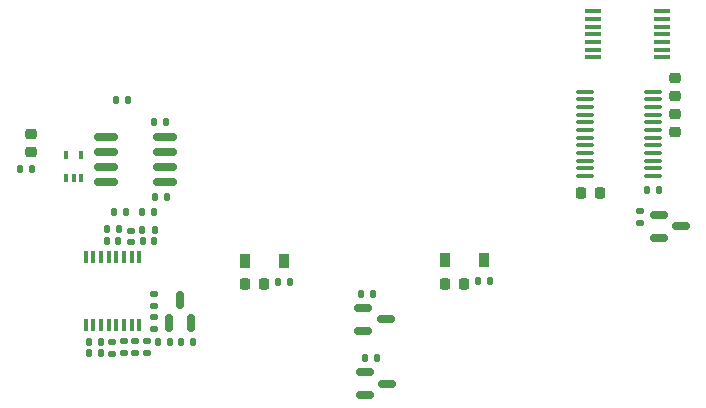
<source format=gbr>
G04 #@! TF.GenerationSoftware,KiCad,Pcbnew,(6.0.0)*
G04 #@! TF.CreationDate,2023-01-15T16:22:46+02:00*
G04 #@! TF.ProjectId,Pi HAT,50692048-4154-42e6-9b69-6361645f7063,0.0*
G04 #@! TF.SameCoordinates,Original*
G04 #@! TF.FileFunction,Paste,Top*
G04 #@! TF.FilePolarity,Positive*
%FSLAX46Y46*%
G04 Gerber Fmt 4.6, Leading zero omitted, Abs format (unit mm)*
G04 Created by KiCad (PCBNEW (6.0.0)) date 2023-01-15 16:22:46*
%MOMM*%
%LPD*%
G01*
G04 APERTURE LIST*
G04 Aperture macros list*
%AMRoundRect*
0 Rectangle with rounded corners*
0 $1 Rounding radius*
0 $2 $3 $4 $5 $6 $7 $8 $9 X,Y pos of 4 corners*
0 Add a 4 corners polygon primitive as box body*
4,1,4,$2,$3,$4,$5,$6,$7,$8,$9,$2,$3,0*
0 Add four circle primitives for the rounded corners*
1,1,$1+$1,$2,$3*
1,1,$1+$1,$4,$5*
1,1,$1+$1,$6,$7*
1,1,$1+$1,$8,$9*
0 Add four rect primitives between the rounded corners*
20,1,$1+$1,$2,$3,$4,$5,0*
20,1,$1+$1,$4,$5,$6,$7,0*
20,1,$1+$1,$6,$7,$8,$9,0*
20,1,$1+$1,$8,$9,$2,$3,0*%
G04 Aperture macros list end*
%ADD10RoundRect,0.218750X-0.218750X-0.256250X0.218750X-0.256250X0.218750X0.256250X-0.218750X0.256250X0*%
%ADD11RoundRect,0.135000X0.135000X0.185000X-0.135000X0.185000X-0.135000X-0.185000X0.135000X-0.185000X0*%
%ADD12RoundRect,0.135000X-0.135000X-0.185000X0.135000X-0.185000X0.135000X0.185000X-0.135000X0.185000X0*%
%ADD13RoundRect,0.225000X-0.250000X0.225000X-0.250000X-0.225000X0.250000X-0.225000X0.250000X0.225000X0*%
%ADD14RoundRect,0.100000X0.637500X0.100000X-0.637500X0.100000X-0.637500X-0.100000X0.637500X-0.100000X0*%
%ADD15RoundRect,0.135000X0.185000X-0.135000X0.185000X0.135000X-0.185000X0.135000X-0.185000X-0.135000X0*%
%ADD16R,0.400000X1.000000*%
%ADD17RoundRect,0.225000X-0.225000X-0.250000X0.225000X-0.250000X0.225000X0.250000X-0.225000X0.250000X0*%
%ADD18R,0.900000X1.200000*%
%ADD19RoundRect,0.140000X-0.170000X0.140000X-0.170000X-0.140000X0.170000X-0.140000X0.170000X0.140000X0*%
%ADD20RoundRect,0.135000X-0.185000X0.135000X-0.185000X-0.135000X0.185000X-0.135000X0.185000X0.135000X0*%
%ADD21RoundRect,0.150000X-0.825000X-0.150000X0.825000X-0.150000X0.825000X0.150000X-0.825000X0.150000X0*%
%ADD22RoundRect,0.150000X-0.587500X-0.150000X0.587500X-0.150000X0.587500X0.150000X-0.587500X0.150000X0*%
%ADD23RoundRect,0.218750X0.256250X-0.218750X0.256250X0.218750X-0.256250X0.218750X-0.256250X-0.218750X0*%
%ADD24RoundRect,0.140000X-0.140000X-0.170000X0.140000X-0.170000X0.140000X0.170000X-0.140000X0.170000X0*%
%ADD25RoundRect,0.150000X0.150000X-0.587500X0.150000X0.587500X-0.150000X0.587500X-0.150000X-0.587500X0*%
%ADD26RoundRect,0.140000X0.170000X-0.140000X0.170000X0.140000X-0.170000X0.140000X-0.170000X-0.140000X0*%
%ADD27RoundRect,0.140000X0.140000X0.170000X-0.140000X0.170000X-0.140000X-0.170000X0.140000X-0.170000X0*%
%ADD28R,1.473200X0.355600*%
%ADD29R,0.400000X0.650000*%
%ADD30RoundRect,0.225000X0.250000X-0.225000X0.250000X0.225000X-0.250000X0.225000X-0.250000X-0.225000X0*%
G04 APERTURE END LIST*
D10*
X154842500Y-122242000D03*
X156417500Y-122242000D03*
D11*
X172990000Y-114294000D03*
X171970000Y-114294000D03*
D12*
X130503200Y-127101600D03*
X131523200Y-127101600D03*
D13*
X174340000Y-104792000D03*
X174340000Y-106342000D03*
D14*
X172422500Y-113089000D03*
X172422500Y-112439000D03*
X172422500Y-111789000D03*
X172422500Y-111139000D03*
X172422500Y-110489000D03*
X172422500Y-109839000D03*
X172422500Y-109189000D03*
X172422500Y-108539000D03*
X172422500Y-107889000D03*
X172422500Y-107239000D03*
X172422500Y-106589000D03*
X172422500Y-105939000D03*
X166697500Y-105939000D03*
X166697500Y-106589000D03*
X166697500Y-107239000D03*
X166697500Y-107889000D03*
X166697500Y-108539000D03*
X166697500Y-109189000D03*
X166697500Y-109839000D03*
X166697500Y-110489000D03*
X166697500Y-111139000D03*
X166697500Y-111789000D03*
X166697500Y-112439000D03*
X166697500Y-113089000D03*
D15*
X171323000Y-117096000D03*
X171323000Y-116076000D03*
D16*
X124404800Y-125736400D03*
X125054800Y-125736400D03*
X125704800Y-125736400D03*
X126354800Y-125736400D03*
X127004800Y-125736400D03*
X127654800Y-125736400D03*
X128304800Y-125736400D03*
X128954800Y-125736400D03*
X128954800Y-119936400D03*
X128304800Y-119936400D03*
X127654800Y-119936400D03*
X127004800Y-119936400D03*
X126354800Y-119936400D03*
X125704800Y-119936400D03*
X125054800Y-119936400D03*
X124404800Y-119936400D03*
D17*
X166385000Y-114554000D03*
X167935000Y-114554000D03*
D11*
X119880000Y-112480000D03*
X118860000Y-112480000D03*
D18*
X158110000Y-120210000D03*
X154810000Y-120210000D03*
X141189000Y-120308000D03*
X137889000Y-120308000D03*
D19*
X127635000Y-127078800D03*
X127635000Y-128038800D03*
D20*
X130175000Y-123061000D03*
X130175000Y-124081000D03*
D12*
X126185200Y-117551200D03*
X127205200Y-117551200D03*
D21*
X126176000Y-109804200D03*
X126176000Y-111074200D03*
X126176000Y-112344200D03*
X126176000Y-113614200D03*
X131126000Y-113614200D03*
X131126000Y-112344200D03*
X131126000Y-111074200D03*
X131126000Y-109804200D03*
D22*
X148035800Y-129707600D03*
X148035800Y-131607600D03*
X149910800Y-130657600D03*
D12*
X127010000Y-106650000D03*
X128030000Y-106650000D03*
D15*
X129590800Y-128068800D03*
X129590800Y-127048800D03*
D23*
X119800000Y-111067500D03*
X119800000Y-109492500D03*
D24*
X129285400Y-118609800D03*
X130245400Y-118609800D03*
X130320000Y-114900000D03*
X131280000Y-114900000D03*
X126215200Y-118618000D03*
X127175200Y-118618000D03*
D12*
X147700000Y-123037600D03*
X148720000Y-123037600D03*
D19*
X128607900Y-127078800D03*
X128607900Y-128038800D03*
D11*
X133504400Y-127101600D03*
X132484400Y-127101600D03*
D12*
X126790000Y-116100000D03*
X127810000Y-116100000D03*
D25*
X131434800Y-125499100D03*
X133334800Y-125499100D03*
X132384800Y-123624100D03*
D12*
X129190000Y-116100000D03*
X130210000Y-116100000D03*
D26*
X128270000Y-118717000D03*
X128270000Y-117757000D03*
D12*
X140680000Y-122040000D03*
X141700000Y-122040000D03*
X129230000Y-117620000D03*
X130250000Y-117620000D03*
D10*
X137908500Y-122262000D03*
X139483500Y-122262000D03*
D27*
X131180000Y-108508800D03*
X130220000Y-108508800D03*
D24*
X124742000Y-127101600D03*
X125702000Y-127101600D03*
D22*
X147936200Y-124272000D03*
X147936200Y-126172000D03*
X149811200Y-125222000D03*
X172925500Y-116398000D03*
X172925500Y-118298000D03*
X174800500Y-117348000D03*
D28*
X167358000Y-99144200D03*
X167358000Y-99804600D03*
X167358000Y-100439600D03*
X167358000Y-101100000D03*
X167358000Y-101760400D03*
X167358000Y-102395400D03*
X167358000Y-103055800D03*
X173200000Y-103055800D03*
X173200000Y-102395400D03*
X173200000Y-101760400D03*
X173200000Y-101100000D03*
X173200000Y-100439600D03*
X173200000Y-99804600D03*
X173200000Y-99144200D03*
D29*
X122750000Y-113250000D03*
X123400000Y-113250000D03*
X124050000Y-113250000D03*
X124050000Y-111350000D03*
X122750000Y-111350000D03*
D30*
X174340000Y-109390000D03*
X174340000Y-107840000D03*
D12*
X157601000Y-121942000D03*
X158621000Y-121942000D03*
D15*
X126619000Y-128145000D03*
X126619000Y-127125000D03*
D12*
X148056900Y-128473200D03*
X149076900Y-128473200D03*
D24*
X124740000Y-128080000D03*
X125700000Y-128080000D03*
D26*
X130200400Y-126006800D03*
X130200400Y-125046800D03*
M02*

</source>
